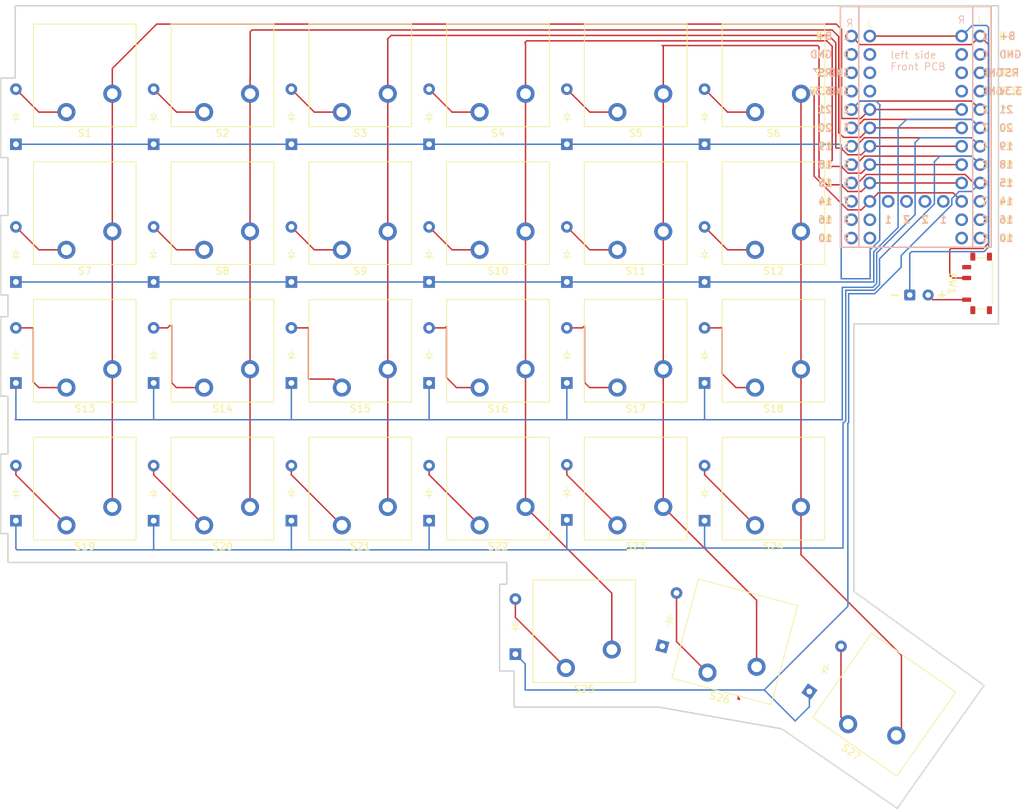
<source format=kicad_pcb>
(kicad_pcb (version 20240108) (generator "pcbnew") (generator_version "8.0")
  (layers (0 "F.Cu" signal) (31 "B.Cu" signal) (34 "B.Paste" user) (35 "F.Paste" user) (36 "B.SilkS" user "B.Silkscreen") (37 "F.SilkS" user "F.Silkscreen") (38 "B.Mask" user) (39 "F.Mask" user) (44 "Edge.Cuts" user))
  (net 0 "")
  (net 1 "row 1")
  (net 2 "Net-(D1-A)")
  (net 3 "Net-(D2-A)")
  (net 4 "Net-(D3-A)")
  (net 5 "Net-(D4-A)")
  (net 6 "Net-(D5-A)")
  (net 7 "Net-(D6-A)")
  (net 8 "row 2")
  (net 9 "Net-(D7-A)")
  (net 10 "Net-(D8-A)")
  (net 11 "Net-(D9-A)")
  (net 12 "Net-(D10-A)")
  (net 13 "Net-(D11-A)")
  (net 14 "Net-(D12-A)")
  (net 15 "Net-(D13-A)")
  (net 16 "collumn 1")
  (net 17 "Net-(D14-A)")
  (net 18 "Net-(D15-A)")
  (net 19 "Net-(D16-A)")
  (net 20 "Net-(D17-A)")
  (net 21 "Net-(D18-A)")
  (net 32 "unconnected-(U1-14-Pad15)")
  (net 33 "Net-(D20-A)")
  (net 34 "Net-(D21-A)")
  (net 38 "Net-(D19-A)")
  (net 39 "row 5")
  (net 40 "Net-(D22-A)")
  (net 41 "Net-(D23-A)")
  (net 42 "Net-(D24-A)")
  (net 43 "Net-(D25-A)")
  (net 44 "Net-(D26-A)")
  (net 45 "row 4")
  (net 46 "row 3")
  (net 47 "collumn 2")
  (net 48 "collumn 3")
  (net 49 "collumn 4")
  (net 50 "collumn 5")
  (net 51 "collumn 6")
  (net 52 "battery -")
  (net 53 "battery +")
  (net 54 "Net-(BT2-+)")
  (net 55 "Net-(D27-A)")
  (footprint "ScottoKeebs_MX:MX_PCB_1.00u" (layer "F.Cu") (at 123.825 66.675 180)
    (property "Reference" "S11")
    (property "Value" "Keyswitch")
  )
  (footprint "ScottoKeebs_MX:MX_PCB_1.00u" (layer "F.Cu") (at 142.875 47.625 180)
    (property "Reference" "S6")
    (property "Value" "Keyswitch")
  )
  (footprint "ScottoKeebs_Scotto:Standoff_M2x6mm" (layer "F.Cu") (at 114.26 45.25)
    (property "Reference" "H3" (hide yes))
    (property "Value" "Mounting_Hole" (hide yes))
  )
  (footprint "ScottoKeebs_Components:Diode_DO-35" (layer "F.Cu") (at 95.25 90.17 90)
    (property "Reference" "D16" (hide yes))
    (property "Value" "Diode" (hide yes))
  )
  (footprint "ScottoKeebs_Components:Diode_DO-35" (layer "F.Cu") (at 127.497808 126.581556 75)
    (property "Reference" "D26" (hide yes))
    (property "Value" "Diode" (hide yes))
  )
  (footprint "ScottoKeebs_MX:MX_PCB_1.00u" (layer "F.Cu") (at 158.2 134.66 145)
    (property "Reference" "S27")
    (property "Value" "Keyswitch")
  )
  (footprint "ScottoKeebs_Components:Diode_DO-35" (layer "F.Cu") (at 38.1 57.15 90)
    (property "Reference" "D1" (hide yes))
    (property "Value" "Diode" (hide yes))
  )
  (footprint "ScottoKeebs_MX:MX_PCB_1.00u" (layer "F.Cu") (at 123.825 47.625 180)
    (property "Reference" "S5")
    (property "Value" "Keyswitch")
  )
  (footprint "ScottoKeebs_Components:Switch_MSK12C02" (layer "F.Cu") (at 171.6 76.4 -90)
    (property "Reference" "SW1")
    (property "Value" "Switch")
  )
  (footprint "ScottoKeebs_Components:Diode_DO-35" (layer "F.Cu") (at 95.25 76.2 90)
    (property "Reference" "D10" (hide yes))
    (property "Value" "Diode" (hide yes))
  )
  (footprint "ScottoKeebs_MX:MX_PCB_1.00u" (layer "F.Cu") (at 85.725 66.675 180)
    (property "Reference" "S9")
    (property "Value" "Keyswitch")
  )
  (footprint "ScottoKeebs_MX:MX_PCB_1.00u" (layer "F.Cu") (at 47.625 85.725 180)
    (property "Reference" "S13")
    (property "Value" "Keyswitch")
  )
  (footprint "ScottoKeebs_MX:MX_PCB_1.00u" (layer "F.Cu") (at 142.875 85.725 180)
    (property "Reference" "S18")
    (property "Value" "Keyswitch")
  )
  (footprint "ScottoKeebs_Components:Diode_DO-35" (layer "F.Cu") (at 133.35 76.2 90)
    (property "Reference" "D12" (hide yes))
    (property "Value" "Diode" (hide yes))
  )
  (footprint "ScottoKeebs_MX:MX_PCB_1.00u" (layer "F.Cu") (at 137.52 125.98 165)
    (property "Reference" "S26")
    (property "Value" "Keyswitch")
  )
  (footprint "ScottoKeebs_Scotto:Standoff_M2x6mm" (layer "F.Cu") (at 154.3 73.79)
    (property "Reference" "H5" (hide yes))
    (property "Value" "Mounting_Hole" (hide yes))
  )
  (footprint "ScottoKeebs_MX:MX_PCB_1.00u" (layer "F.Cu") (at 123.825 85.725 180)
    (property "Reference" "S17")
    (property "Value" "Keyswitch")
  )
  (footprint "ScottoKeebs_Components:Diode_DO-35" (layer "F.Cu") (at 76.2 90.17 90)
    (property "Reference" "D15" (hide yes))
    (property "Value" "Diode" (hide yes))
  )
  (footprint "ScottoKeebs_MX:MX_PCB_1.00u" (layer "F.Cu") (at 104.775 66.675 180)
    (property "Reference" "S10")
    (property "Value" "Keyswitch")
  )
  (footprint "ScottoKeebs_MX:MX_PCB_1.00u" (layer "F.Cu") (at 142.875 104.775 180)
    (property "Reference" "S24")
    (property "Value" "Keyswitch")
  )
  (footprint "ScottoKeebs_Components:Diode_DO-35" (layer "F.Cu") (at 76.2 109.22 90)
    (property "Reference" "D21" (hide yes))
    (property "Value" "Diode" (hide yes))
  )
  (footprint "ScottoKeebs_Components:Diode_DO-35" (layer "F.Cu") (at 76.2 57.15 90)
    (property "Reference" "D3" (hide yes))
    (property "Value" "Diode" (hide yes))
  )
  (footprint "ScottoKeebs_Components:Diode_DO-35" (layer "F.Cu") (at 114.3 76.2 90)
    (property "Reference" "D11" (hide yes))
    (property "Value" "Diode" (hide yes))
  )
  (footprint "ScottoKeebs_MCU:Nice_Nano_V2" (layer "F.Cu") (at 163.83 55.88)
    (property "Reference" "U1" (hide yes))
    (property "Value" "Nice_Nano_V2" (hide yes))
  )
  (footprint "ScottoKeebs_MX:MX_PCB_1.00u" (layer "F.Cu") (at 142.875 66.675 180)
    (property "Reference" "S12")
    (property "Value" "Keyswitch")
  )
  (footprint "ScottoKeebs_MX:MX_PCB_1.00u" (layer "F.Cu") (at 85.725 104.775 180)
    (property "Reference" "S21")
    (property "Value" "Keyswitch")
  )
  (footprint "ScottoKeebs_Components:Diode_DO-35" (layer "F.Cu") (at 147.848031 132.837815 55)
    (property "Reference" "D27" (hide yes))
    (property "Value" "Diode" (hide yes))
  )
  (footprint "ScottoKeebs_Components:Diode_DO-35" (layer "F.Cu") (at 38.1 90.17 90)
    (property "Reference" "D13" (hide yes))
    (property "Value" "Diode" (hide yes))
  )
  (footprint "ScottoKeebs_MX:MX_PCB_1.00u" (layer "F.Cu") (at 47.625 47.625 180)
    (property "Reference" "S1")
    (property "Value" "Keyswitch")
  )
  (footprint "ScottoKeebs_MX:MX_PCB_1.00u" (layer "F.Cu") (at 66.675 66.675 180)
    (property "Reference" "S8")
    (property "Value" "Keyswitch")
  )
  (footprint "ScottoKeebs_MX:MX_PCB_1.00u" (layer "F.Cu") (at 66.675 104.775 180)
    (property "Reference" "S20")
    (property "Value" "Keyswitch")
  )
  (footprint "ScottoKeebs_Scotto:Standoff_M2x6mm" (layer "F.Cu") (at 57.34 97.79)
    (property "Reference" "H2" (hide yes))
    (property "Value" "Mounting_Hole" (hide yes))
  )
  (footprint "ScottoKeebs_MX:MX_PCB_1.00u" (layer "F.Cu") (at 123.825 104.775 180)
    (property "Reference" "S23")
    (property "Value" "Keyswitch")
  )
  (footprint "ScottoKeebs_MX:MX_PCB_1.00u" (layer "F.Cu") (at 104.775 104.775 180)
    (property "Reference" "S22")
    (property "Value" "Keyswitch")
  )
  (footprint "ScottoKeebs_Components:Diode_DO-35" (layer "F.Cu") (at 57.15 76.2 90)
    (property "Reference" "D8" (hide yes))
    (property "Value" "Diode" (hide yes))
  )
  (footprint "ScottoKeebs_Components:Diode_DO-35" (layer "F.Cu") (at 133.35 57.15 90)
    (property "Reference" "D6" (hide yes))
    (property "Value" "Diode" (hide yes))
  )
  (footprint "ScottoKeebs_MX:MX_PCB_1.00u" (layer "F.Cu") (at 66.675 47.625 180)
    (property "Reference" "S2")
    (property "Value" "Keyswitch")
  )
  (footprint "ScottoKeebs_MX:MX_PCB_1.00u" (layer "F.Cu") (at 116.71 124.5 180)
    (property "Reference" "S25")
    (property "Value" "Keyswitch")
  )
  (footprint "ScottoKeebs_Components:Diode_DO-35" (layer "F.Cu") (at 107.185 127.674999 90)
    (property "Reference" "D25" (hide yes))
    (property "Value" "Diode" (hide yes))
  )
  (footprint "ScottoKeebs_MX:MX_PCB_1.00u" (layer "F.Cu") (at 85.725 47.625 180)
    (property "Reference" "S3")
    (property "Value" "Keyswitch")
  )
  (footprint "ScottoKeebs_Components:Diode_DO-35" (layer "F.Cu") (at 95.25 109.22 90)
    (property "Reference" "D22" (hide yes))
    (property "Value" "Diode" (hide yes))
  )
  (footprint "ScottoKeebs_Components:Diode_DO-35" (layer "F.Cu") (at 76.2 76.2 90)
    (property "Reference" "D9" (hide yes))
    (property "Value" "Diode" (hide yes))
  )
  (footprint "ScottoKeebs_Components:Diode_DO-35" (layer "F.Cu") (at 57.15 57.15 90)
    (property "Reference" "D2" (hide yes))
    (property "Value" "Diode" (hide yes))
  )
  (footprint "ScottoKeebs_Components:Diode_DO-35" (layer "F.Cu") (at 114.3 90.17 90)
    (property "Reference" "D17" (hide yes))
    (property "Value" "Diode" (hide yes))
  )
  (footprint "ScottoKeebs_Components:Diode_DO-35" (layer "F.Cu") (at 38.1 109.22 90)
    (property "Reference" "D19" (hide yes))
    (property "Value" "Diode" (hide yes))
  )
  (footprint "ScottoKeebs_Scotto:Standoff_M2x6mm" (layer "F.Cu") (at 133.59 97.15)
    (property "Reference" "H6" (hide yes))
    (property "Value" "Mounting_Hole" (hide yes))
  )
  (footprint "ScottoKeebs_MX:MX_PCB_1.00u" (layer "F.Cu") (at 47.625 104.775 180)
    (property "Reference" "S19")
    (property "Value" "Keyswitch")
  )
  (footprint "ScottoKeebs_Components:Diode_DO-35" (layer "F.Cu") (at 38.1 76.2 90)
    (property "Reference" "D7" (hide yes))
    (property "Value" "Diode" (hide yes))
  )
  (footprint "ScottoKeebs_MX:MX_PCB_1.00u" (layer "F.Cu") (at 66.675 85.725 180)
    (property "Reference" "S14")
    (property "Value" "Keyswitch")
  )
  (footprint "ScottoKeebs_Components:Diode_DO-35" (layer "F.Cu") (at 57.15 109.22 90)
    (property "Reference" "D20" (hide yes))
    (property "Value" "Diode" (hide yes))
  )
  (footprint "ScottoKeebs_Scotto:Standoff_M2x6mm" (layer "F.Cu") (at 95.15 97.68)
    (property "Reference" "H4" (hide yes))
    (property "Value" "Mounting_Hole" (hide yes))
  )
  (footprint "ScottoKeebs_Scotto:Standoff_M2x6mm" (layer "F.Cu") (at 57.2 45.04)
    (property "Reference" "H1" (hide yes))
    (property "Value" "Mounting_Hole" (hide yes))
  )
  (footprint "ScottoKeebs_MX:MX_PCB_1.00u" (layer "F.Cu") (at 47.625 66.675 180)
    (property "Reference" "S7")
    (property "Value" "Keyswitch")
  )
  (footprint "ScottoKeebs_Components:Diode_DO-35" (layer "F.Cu") (at 114.3 57.15 90)
    (property "Reference" "D5" (hide yes))
    (property "Value" "Diode" (hide yes))
  )
  (footprint "ScottoKeebs_Components:Diode_DO-35" (layer "F.Cu") (at 133.35 109.22 90)
    (property "Reference" "D24" (hide yes))
    (property "Value" "Diode" (hide yes))
  )
  (footprint "ScottoKeebs_Scotto:Battery" (layer "F.Cu") (at 163 78 180)
    (property "Reference" "BT2" (hide yes))
    (property "Value" "Battery_Cell")
  )
  (footprint "ScottoKeebs_MX:MX_PCB_1.00u" (layer "F.Cu") (at 85.725 85.725 180)
    (property "Reference" "S15")
    (property "Value" "Keyswitch")
  )
  (footprint "ScottoKeebs_Components:Diode_DO-35" (layer "F.Cu") (at 133.35 90.17 90)
    (property "Reference" "D18" (hide yes))
    (property "Value" "Diode" (hide yes))
  )
  (footprint "ScottoKeebs_Components:Diode_DO-35" (layer "F.Cu") (at 57.15 90.17 90)
    (property "Reference" "D14" (hide yes))
    (property "Value" "Diode" (hide yes))
  )
  (footprint "ScottoKeebs_MX:MX_PCB_1.00u" (layer "F.Cu") (at 104.775 85.725 180)
    (property "Reference" "S16")
    (property "Value" "Keyswitch")
  )
  (footprint "ScottoKeebs_MX:MX_PCB_1.00u" (layer "F.Cu") (at 104.775 47.625 180)
    (property "Reference" "S4")
    (property "Value" "Keyswitch")
  )
  (footprint "ScottoKeebs_Components:Diode_DO-35" (layer "F.Cu") (at 114.3 109.11 90)
    (property "Reference" "D23" (hide yes))
    (property "Value" "Diode" (hide yes))
  )
  (footprint "ScottoKeebs_Components:Diode_DO-35" (layer "F.Cu") (at 95.25 57.15 90)
    (property "Reference" "D4" (hide yes))
    (property "Value" "Diode" (hide yes))
  )
  (footprint "ScottoKeebs_MCU:Nice_Nano_V2" (layer "B.Cu") (at 161.29 55.88 180)
    (property "Reference" "U2" (hide yes))
    (property "Value" "Nice_Nano_V2" (hide yes))
  )
  (gr_poly (pts (xy 38 38) (xy 174 38) (xy 174 82) (xy 154 82) (xy 154 119) (xy 172 132) (xy 160 149) (xy 144 138) (xy 127 135) (xy 107 135) (xy 107 130) (xy 105 130) (xy 105 118) (xy 106 118) (xy 106 115) (xy 37 115) (xy 37 111) (xy 36 111) (xy 36 100) (xy 37 100) (xy 37 92) (xy 36 92) (xy 36 81) (xy 37 81) (xy 37 78) (xy 36 78) (xy 36 67) (xy 37 67) (xy 37 59) (xy 36 59) (xy 36 48) (xy 38 48)) (stroke (width 0.2)) (fill none) (layer "Edge.Cuts"))
  (gr_text "left side\nFront PCB" (at 159 47 0) (layer "B.SilkS") (effects (font (size 1 1) (thickness 0.1)) (justify left bottom)))
  (gr_text "R" (at 154 41 0) (layer "B.SilkS") (effects (font (size 1 1) (thickness 0.1)) (justify left bottom mirror)))
  (gr_text "R" (at 169.45 40.54 0) (layer "B.SilkS") (effects (font (size 1 1) (thickness 0.1)) (justify left bottom mirror)))
  (gr_text "left side\nFront PCB" (at 159 47 0) (layer "F.SilkS") (effects (font (size 1 1) (thickness 0.1)) (justify left bottom)))
  (gr_text "L" (at 171.03 40.52 0) (layer "F.SilkS") (effects (font (size 1 1) (thickness 0.1)) (justify left bottom)))
  (gr_text "L" (at 155.75 41 0) (layer "F.SilkS") (effects (font (size 1 1) (thickness 0.1)) (justify left bottom)))
  (segment (start 171.45 52.35) (end 170.2737 51.1737) (width 0.2) (layer "F.Cu") (net 1))
  (segment (start 170.2737 51.1737) (end 154.8463 51.1737) (width 0.2) (layer "F.Cu") (net 1))
  (segment (start 150.45 57.15) (end 150.5 57.1) (width 0.2) (layer "F.Cu") (net 1))
  (segment (start 154.8463 51.1737) (end 153.67 52.35) (width 0.2) (layer "F.Cu") (net 1))
  (segment (start 38.1 57.15) (end 152.15 57.15) (width 0.2) (layer "B.Cu") (net 1))
  (segment (start 152.25 75.75) (end 156.25 75.75) (width 0.2) (layer "B.Cu") (net 1))
  (segment (start 157.63 51.74) (end 157.0637 51.1737) (width 0.2) (layer "B.Cu") (net 1))
  (segment (start 157.5737 51.7963) (end 157.63 51.74) (width 0.2) (layer "B.Cu") (net 1))
  (segment (start 157.5737 70.42984) (end 157.5737 51.7963) (width 0.2) (layer "B.Cu") (net 1))
  (segment (start 157.0637 51.1737) (end 154.8463 51.1737) (width 0.2) (layer "B.Cu") (net 1))
  (segment (start 156.40354 71.6) (end 157.5737 70.42984) (width 0.2) (layer "B.Cu") (net 1))
  (segment (start 152.25 57.25) (end 152.25 75.75) (width 0.2) (layer "B.Cu") (net 1))
  (segment (start 156.25 71.6) (end 156.40354 71.6) (width 0.2) (layer "B.Cu") (net 1))
  (segment (start 152.15 57.15) (end 152.25 57.25) (width 0.2) (layer "B.Cu") (net 1))
  (segment (start 156.25 75.75) (end 156.25 71.6) (width 0.2) (layer "B.Cu") (net 1))
  (segment (start 154.8463 51.1737) (end 153.67 52.35) (width 0.2) (layer "B.Cu") (net 1))
  (segment (start 41.275 52.705) (end 38.1 49.53) (width 0.2) (layer "F.Cu") (net 2))
  (segment (start 45.085 52.705) (end 41.275 52.705) (width 0.2) (layer "F.Cu") (net 2))
  (segment (start 64.135 52.705) (end 60.325 52.705) (width 0.2) (layer "F.Cu") (net 3))
  (segment (start 60.325 52.705) (end 57.15 49.53) (width 0.2) (layer "F.Cu") (net 3))
  (segment (start 79.375 52.705) (end 76.2 49.53) (width 0.2) (layer "F.Cu") (net 4))
  (segment (start 83.185 52.705) (end 79.375 52.705) (width 0.2) (layer "F.Cu") (net 4))
  (segment (start 102.235 52.705) (end 98.425 52.705) (width 0.2) (layer "F.Cu") (net 5))
  (segment (start 98.425 52.705) (end 95.25 49.53) (width 0.2) (layer "F.Cu") (net 5))
  (segment (start 121.285 52.705) (end 117.475 52.705) (width 0.2) (layer "F.Cu") (net 6))
  (segment (start 117.475 52.705) (end 114.3 49.53) (width 0.2) (layer "F.Cu") (net 6))
  (segment (start 140.335 52.705) (end 136.525 52.705) (width 0.2) (layer "F.Cu") (net 7))
  (segment (start 136.525 52.705) (end 133.35 49.53) (width 0.2) (layer "F.Cu") (net 7))
  (segment (start 133.35 76.1) (end 133.25 76.2) (width 0.2) (layer "F.Cu") (net 8))
  (segment (start 133.35 76.2) (end 133.35 76.1) (width 0.2) (layer "F.Cu") (net 8))
  (segment (start 171.45 54.89) (end 170.2737 53.7137) (width 0.2) (layer "F.Cu") (net 8))
  (segment (start 170.2737 53.7137) (end 155.411986 53.7137) (width 0.2) (layer "F.Cu") (net 8))
  (segment (start 155.411986 53.7137) (end 154.235687 54.889999) (width 0.2) (layer "F.Cu") (net 8))
  (segment (start 154.235687 54.889999) (end 153.67 54.889999) (width 0.2) (layer "F.Cu") (net 8))
  (segment (start 170.2737 53.7137) (end 171.45 54.89) (width 0.2) (layer "B.Cu") (net 8))
  (segment (start 161.2763 53.7137) (end 170.2737 53.7137) (width 0.2) (layer "B.Cu") (net 8))
  (segment (start 156.75 72.024314) (end 160.1137 68.660614) (width 0.2) (layer "B.Cu") (net 8))
  (segment (start 160.1137 68.660614) (end 160.1137 54.8763) (width 0.2) (layer "B.Cu") (net 8))
  (segment (start 38.1 76.2) (end 156.7 76.2) (width 0.2) (layer "B.Cu") (net 8))
  (segment (start 156.75 76.25) (end 156.75 72.024314) (width 0.2) (layer "B.Cu") (net 8))
  (segment (start 160.1137 54.8763) (end 161.2763 53.7137) (width 0.2) (layer "B.Cu") (net 8))
  (segment (start 156.7 76.2) (end 156.75 76.25) (width 0.2) (layer "B.Cu") (net 8))
  (segment (start 45.085 71.755) (end 41.275 71.755) (width 0.2) (layer "F.Cu") (net 9))
  (segment (start 41.275 71.755) (end 38.1 68.58) (width 0.2) (layer "F.Cu") (net 9))
  (segment (start 64.135 71.755) (end 60.325 71.755) (width 0.2) (layer "F.Cu") (net 10))
  (segment (start 60.325 71.755) (end 57.15 68.58) (width 0.2) (layer "F.Cu") (net 10))
  (segment (start 83.185 71.755) (end 79.375 71.755) (width 0.2) (layer "F.Cu") (net 11))
  (segment (start 79.375 71.755) (end 76.2 68.58) (width 0.2) (layer "F.Cu") (net 11))
  (segment (start 102.235 71.755) (end 98.425 71.755) (width 0.2) (layer "F.Cu") (net 12))
  (segment (start 98.425 71.755) (end 95.25 68.58) (width 0.2) (layer "F.Cu") (net 12))
  (segment (start 117.475 71.755) (end 114.3 68.58) (width 0.2) (layer "F.Cu") (net 13))
  (segment (start 121.285 71.755) (end 117.475 71.755) (width 0.2) (layer "F.Cu") (net 13))
  (segment (start 140.335 71.755) (end 136.525 71.755) (width 0.2) (layer "F.Cu") (net 14))
  (segment (start 136.525 71.755) (end 133.35 68.58) (width 0.2) (layer "F.Cu") (net 14))
  (segment (start 40.51 90.04) (end 40.51 82.53) (width 0.2) (layer "F.Cu") (net 15))
  (segment (start 40.51 82.53) (end 40.49 82.55) (width 0.2) (layer "F.Cu") (net 15))
  (segment (start 41.275 90.805) (end 40.51 90.04) (width 0.2) (layer "F.Cu") (net 15))
  (segment (start 40.49 82.55) (end 38.1 82.55) (width 0.2) (layer "F.Cu") (net 15))
  (segment (start 45.085 90.805) (end 41.275 90.805) (width 0.2) (layer "F.Cu") (net 15))
  (segment (start 152.38 53.59) (end 152.3 53.51) (width 0.2) (layer "F.Cu") (net 16))
  (segment (start 51.435 46.665) (end 51.435 50.165) (width 0.2) (layer "F.Cu") (net 16))
  (segment (start 51.435 69.645) (end 51.64 69.85) (width 0.2) (layer "F.Cu") (net 16))
  (segment (start 57.5 40.6) (end 51.435 46.665) (width 0.2) (layer "F.Cu") (net 16))
  (segment (start 156.21 52.35) (end 168.91 52.35) (width 0.2) (layer "F.Cu") (net 16))
  (segment (start 152.3 53.51) (end 152.3 41.27) (width 0.2) (layer "F.Cu") (net 16))
  (segment (start 51.435 69.215) (end 51.435 88.265) (width 0.2) (layer "F.Cu") (net 16))
  (segment (start 156.21 52.35) (end 154.97 53.59) (width 0.2) (layer "F.Cu") (net 16))
  (segment (start 51.435 50.165) (end 51.435 69.215) (width 0.2) (layer "F.Cu") (net 16))
  (segment (start 151.56 40.53) (end 57.57 40.53) (width 0.2) (layer "F.Cu") (net 16))
  (segment (start 51.435 69.215) (end 51.435 69.645) (width 0.2) (layer "F.Cu") (net 16))
  (segment (start 154.97 53.59) (end 152.38 53.59) (width 0.2) (layer "F.Cu") (net 16))
  (segment (start 57.57 40.53) (end 57.5 40.6) (width 0.2) (layer "F.Cu") (net 16))
  (segment (start 152.3 41.27) (end 151.56 40.53) (width 0.2) (layer "F.Cu") (net 16))
  (segment (start 51.435 88.265) (end 51.435 107.315) (width 0.2) (layer "F.Cu") (net 16))
  (segment (start 60.295 90.805) (end 59.63 90.14) (width 0.2) (layer "F.Cu") (net 17))
  (segment (start 59.63 90.14) (end 59.63 82.23) (width 0.2) (layer "F.Cu") (net 17))
  (segment (start 64.135 90.805) (end 60.295 90.805) (width 0.2) (layer "F.Cu") (net 17))
  (segment (start 59.63 82.23) (end 59.39 82.23) (width 0.2) (layer "F.Cu") (net 17))
  (segment (start 59.07 82.55) (end 57.15 82.55) (width 0.2) (layer "F.Cu") (net 17))
  (segment (start 59.39 82.23) (end 59.07 82.55) (width 0.2) (layer "F.Cu") (net 17))
  (segment (start 82.06 89.63) (end 78.58 89.63) (width 0.2) (layer "F.Cu") (net 18))
  (segment (start 83.185 90.805) (end 83.185 90.755) (width 0.2) (layer "F.Cu") (net 18))
  (segment (start 78.43 82.55) (end 76.2 82.55) (width 0.2) (layer "F.Cu") (net 18))
  (segment (start 78.58 82.62) (end 78.47 82.51) (width 0.2) (layer "F.Cu") (net 18))
  (segment (start 83.185 90.755) (end 82.06 89.63) (width 0.2) (layer "F.Cu") (net 18))
  (segment (start 78.58 89.63) (end 78.58 82.62) (width 0.2) (layer "F.Cu") (net 18))
  (segment (start 78.47 82.51) (end 78.43 82.55) (width 0.2) (layer "F.Cu") (net 18))
  (segment (start 99.035 90.805) (end 97.66 89.43) (width 0.2) (layer "F.Cu") (net 19))
  (segment (start 102.235 90.805) (end 99.035 90.805) (width 0.2) (layer "F.Cu") (net 19))
  (segment (start 97.66 89.43) (end 97.66 82.34) (width 0.2) (layer "F.Cu") (net 19))
  (segment (start 97.66 82.34) (end 97.45 82.55) (width 0.2) (layer "F.Cu") (net 19))
  (segment (start 97.45 82.55) (end 95.25 82.55) (width 0.2) (layer "F.Cu") (net 19))
  (segment (start 116.46 82.55) (end 114.3 82.55) (width 0.2) (layer "F.Cu") (net 20))
  (segment (start 116.78 90.14) (end 116.78 90.01) (width 0.2) (layer "F.Cu") (net 20))
  (segment (start 117.445 90.805) (end 116.78 90.14) (width 0.2) (layer "F.Cu") (net 20))
  (segment (start 116.78 90.01) (end 116.75 89.98) (width 0.2) (layer "F.Cu") (net 20))
  (segment (start 116.75 89.98) (end 116.75 82.34) (width 0.2) (layer "F.Cu") (net 20))
  (segment (start 121.285 90.805) (end 117.445 90.805) (width 0.2) (layer "F.Cu") (net 20))
  (segment (start 116.67 82.34) (end 116.46 82.55) (width 0.2) (layer "F.Cu") (net 20))
  (segment (start 116.75 82.34) (end 116.67 82.34) (width 0.2) (layer "F.Cu") (net 20))
  (segment (start 140.335 90.805) (end 137.685 90.805) (width 0.2) (layer "F.Cu") (net 21))
  (segment (start 135.73 82.44) (end 135.62 82.55) (width 0.2) (layer "F.Cu") (net 21))
  (segment (start 135.62 82.55) (end 133.35 82.55) (width 0.2) (layer "F.Cu") (net 21))
  (segment (start 135.77 82.48) (end 135.73 82.44) (width 0.2) (layer "F.Cu") (net 21))
  (segment (start 135.77 88.89) (end 135.77 82.48) (width 0.2) (layer "F.Cu") (net 21))
  (segment (start 137.685 90.805) (end 135.77 88.89) (width 0.2) (layer "F.Cu") (net 21))
  (segment (start 171.45 65.23) (end 171.44 65.24) (width 0.2) (layer "F.Cu") (net 32))
  (segment (start 171.45 65.05) (end 171.45 65.23) (width 0.2) (layer "F.Cu") (net 32))
  (segment (start 64.135 109.855) (end 57.15 102.87) (width 0.2) (layer "F.Cu") (net 33))
  (segment (start 57.15 102.87) (end 57.15 101.6) (width 0.2) (layer "F.Cu") (net 33))
  (segment (start 83.185 109.855) (end 76.2 102.87) (width 0.2) (layer "F.Cu") (net 34))
  (segment (start 76.2 102.87) (end 76.2 101.6) (width 0.2) (layer "F.Cu") (net 34))
  (segment (start 38.1 102.87) (end 38.1 101.6) (width 0.2) (layer "F.Cu") (net 38))
  (segment (start 45.085 109.855) (end 38.1 102.87) (width 0.2) (layer "F.Cu") (net 38))
  (segment (start 171.45 62.51) (end 170.57354 62.51) (width 0.2) (layer "F.Cu") (net 39))
  (segment (start 170.57354 62.51) (end 169.39724 61.3337) (width 0.2) (layer "F.Cu") (net 39))
  (segment (start 154.54646 62.51) (end 153.67 62.51) (width 0.2) (layer "F.Cu") (net 39))
  (segment (start 169.39724 61.3337) (end 155.72276 61.3337) (width 0.2) (layer "F.Cu") (net 39))
  (segment (start 155.72276 61.3337) (end 154.54646 62.51) (width 0.2) (layer "F.Cu") (net 39))
  (segment (start 160.54354 72.54) (end 167.5463 65.53724) (width 0.2) (layer "B.Cu") (net 39))
  (segment (start 107.185 127.674999) (end 108.54 129.029999) (width 0.2) (layer "B.Cu") (net 39))
  (segment (start 156.877058 77.82) (end 160.54354 74.153518) (width 0.2) (layer "B.Cu") (net 39))
  (segment (start 167.5463 64.68) (end 168.54 63.6863) (width 0.2) (layer "B.Cu") (net 39))
  (segment (start 153.27 95.64) (end 153.27 77.82) (width 0.2) (layer "B.Cu") (net 39))
  (segment (start 167.5463 65.53724) (end 167.5463 64.68) (width 0.2) (layer "B.Cu") (net 39))
  (segment (start 147.848031 132.837815) (end 147.848031 134.951969) (width 0.2) (layer "B.Cu") (net 39))
  (segment (start 170.2737 63.6863) (end 171.45 62.51) (width 0.2) (layer "B.Cu") (net 39))
  (segment (start 160.54354 74.153518) (end 160.54354 72.54) (width 0.2) (layer "B.Cu") (net 39))
  (segment (start 147.848031 134.951969) (end 145.885 136.915) (width 0.2) (layer "B.Cu") (net 39))
  (segment (start 153.17 95.74) (end 153.27 95.64) (width 0.2) (layer "B.Cu") (net 39))
  (segment (start 141.6 132.63) (end 145.885 136.915) (width 0.2) (layer "B.Cu") (net 39))
  (segment (start 108.54 132.63) (end 141.6 132.63) (width 0.2) (layer "B.Cu") (net 39))
  (segment (start 108.54 129.029999) (end 108.54 132.63) (width 0.2) (layer "B.Cu") (net 39))
  (segment (start 153.27 77.82) (end 156.877058 77.82) (width 0.2) (layer "B.Cu") (net 39))
  (segment (start 141.6 132.63) (end 153.17 121.06) (width 0.2) (layer "B.Cu") (net 39))
  (segment (start 168.54 63.6863) (end 170.2737 63.6863) (width 0.2) (layer "B.Cu") (net 39))
  (segment (start 153.17 121.06) (end 153.17 95.74) (width 0.2) (layer "B.Cu") (net 39))
  (segment (start 95.25 102.87) (end 95.25 101.6) (width 0.2) (layer "F.Cu") (net 40))
  (segment (start 102.235 109.855) (end 95.25 102.87) (width 0.2) (layer "F.Cu") (net 40))
  (segment (start 114.3 102.87) (end 114.3 101.49) (width 0.2) (layer "F.Cu") (net 41))
  (segment (start 121.285 109.855) (end 114.3 102.87) (width 0.2) (layer "F.Cu") (net 41))
  (segment (start 133.35 102.87) (end 133.35 101.6) (width 0.2) (layer "F.Cu") (net 42))
  (segment (start 140.335 109.855) (end 133.35 102.87) (width 0.2) (layer "F.Cu") (net 42))
  (segment (start 114.169999 129.580001) (end 107.185 122.595002) (width 0.2) (layer "F.Cu") (net 43))
  (segment (start 107.185 122.595002) (end 107.185 120.054999) (width 0.2) (layer "F.Cu") (net 43))
  (segment (start 137.961888 133.444506) (end 138.167545 133.941) (width 0.2) (layer "F.Cu") (net 44))
  (segment (start 138.167545 133.941) (end 137.927335 133.841504) (width 0.2) (layer "F.Cu") (net 44))
  (segment (start 133.751746 130.229502) (end 129.470009 125.947765) (width 0.2) (layer "F.Cu") (net 44))
  (segment (start 129.470009 125.947765) (end 129.470009 119.221201) (width 0.2) (layer "F.Cu") (net 44))
  (segment (start 155.4463 58.7937) (end 154.27 59.97) (width 0.2) (layer "F.Cu") (net 45))
  (segment (start 154.27 59.97) (end 153.67 59.97) (width 0.2) (layer "F.Cu") (net 45))
  (segment (start 170.2737 58.7937) (end 155.4463 58.7937) (width 0.2) (layer "F.Cu") (net 45))
  (segment (start 171.45 59.97) (end 170.2737 58.7937) (width 0.2) (layer "F.Cu") (net 45))
  (segment (start 57 113.25) (end 76.25 113.25) (width 0.2) (layer "B.Cu") (net 45))
  (segment (start 114.3 113.05) (end 114.5 113.25) (width 0.2) (layer "B.Cu") (net 45))
  (segment (start 165.9063 58.7937) (end 170.2737 58.7937) (width 0.2) (layer "B.Cu") (net 45))
  (segment (start 133.35 112.85) (end 133.5 113) (width 0.2) (layer "B.Cu") (net 45))
  (segment (start 157.55 76.581372) (end 157.55 72.99354) (width 0.2) (layer "B.Cu") (net 45))
  (segment (start 152.5 113) (end 152.5 95.65) (width 0.2) (layer "B.Cu") (net 45))
  (segment (start 76.2 109.22) (end 76.2 113.2) (width 0.2) (layer "B.Cu") (net 45))
  (segment (start 133.35 109.22) (end 133.35 112.85) (width 0.2) (layer "B.Cu") (net 45))
  (segment (start 165.14 65.40354) (end 165.14 59.56) (width 0.2) (layer "B.Cu") (net 45))
  (segment (start 152.605685 95.65) (end 152.832843 95.422843) (width 0.2) (layer "B.Cu") (net 45))
  (segment (start 76.2 113.2) (end 76.25 113.25) (width 0.2) (layer "B.Cu") (net 45))
  (segment (start 133.5 113) (end 152.5 113) (width 0.2) (layer "B.Cu") (net 45))
  (segment (start 57.15 113.1) (end 57 113.25) (width 0.2) (layer "B.Cu") (net 45))
  (segment (start 114.5 113.25) (end 122.5 113.25) (width 0.2) (layer "B.Cu") (net 45))
  (segment (start 122.75 113) (end 133.5 113) (width 0.2) (layer "B.Cu") (net 45))
  (segment (start 156.791372 77.34) (end 157.55 76.581372) (width 0.2) (layer "B.Cu") (net 45))
  (segment (start 122.5 113.25) (end 122.75 113) (width 0.2) (layer "B.Cu") (net 45))
  (segment (start 95.25 109.22) (end 95.25 113.25) (width 0.2) (layer "B.Cu") (net 45))
  (segment (start 95.25 113.25) (end 114.5 113.25) (width 0.2) (layer "B.Cu") (net 45))
  (segment (start 38.25 113.25) (end 57 113.25) (width 0.2) (layer "B.Cu") (net 45))
  (segment (start 165.14 59.56) (end 165.9063 58.7937) (width 0.2) (layer "B.Cu") (net 45))
  (segment (start 152.87 95.385686) (end 152.87 77.34) (width 0.2) (layer "B.Cu") (net 45))
  (segment (start 152.87 77.34) (end 156.791372 77.34) (width 0.2) (layer "B.Cu") (net 45))
  (segment (start 38.1 109.22) (end 38.1 113.1) (width 0.2) (layer "B.Cu") (net 45))
  (segment (start 152.832843 95.422843) (end 152.87 95.385686) (width 0.2) (layer "B.Cu") (net 45))
  (segment (start 152.5 95.65) (end 152.605685 95.65) (width 0.2) (layer "B.Cu") (net 45))
  (segment (start 170.2737 58.7937) (end 171.45 59.97) (width 0.2) (layer "B.Cu") (net 45))
  (segment (start 57.15 109.22) (end 57.15 113.1) (width 0.2) (layer "B.Cu") (net 45))
  (segment (start 38.1 113.1) (end 38.25 113.25) (width 0.2) (layer "B.Cu") (net 45))
  (segment (start 157.55 72.99354) (end 165.14 65.40354) (width 0.2) (layer "B.Cu") (net 45))
  (segment (start 76.25 113.25) (end 95.25 113.25) (width 0.2) (layer "B.Cu") (net 45))
  (segment (start 114.3 109.22) (end 114.3 113.05) (width 0.2) (layer "B.Cu") (net 45))
  (segment (start 155.4363 56.2537) (end 154.26 57.43) (width 0.2) (layer "F.Cu") (net 46))
  (segment (start 170.2737 56.2537) (end 155.4363 56.2537) (width 0.2) (layer "F.Cu") (net 46))
  (segment (start 171.45 57.43) (end 170.2737 56.2537) (width 0.2) (layer "F.Cu") (net 46))
  (segment (start 154.26 57.43) (end 153.67 57.43) (width 0.2) (layer "F.Cu") (net 46))
  (segment (start 114.3 90.17) (end 114.3 95.2) (width 0.2) (layer "B.Cu") (net 46))
  (segment (start 133.25 95.25) (end 152.44 95.25) (width 0.2) (layer "B.Cu") (net 46))
  (segment (start 38.1 90.17) (end 38.1 95.15) (width 0.2) (layer "B.Cu") (net 46))
  (segment (start 162.4663 66.8737) (end 162.4663 56.9137) (width 0.2) (layer "B.Cu") (net 46))
  (segment (start 152.4 95.21) (end 152.4 76.94) (width 0.2) (layer "B.Cu") (net 46))
  (segment (start 157.15 76.415686) (end 157.15 72.19) (width 0.2) (layer "B.Cu") (net 46))
  (segment (start 163.1263 56.2537) (end 170.2737 56.2537) (width 0.2) (layer "B.Cu") (net 46))
  (segment (start 170.2737 56.2537) (end 171.45 57.43) (width 0.2) (layer "B.Cu") (net 46))
  (segment (start 57.15 90.17) (end 57.15 95.15) (width 0.2) (layer "B.Cu") (net 46))
  (segment (start 57.15 95.15) (end 57.25 95.25) (width 0.2) (layer "B.Cu") (net 46))
  (segment (start 157.15 72.19) (end 162.4663 66.8737) (width 0.2) (layer "B.Cu") (net 46))
  (segment (start 76.2 90.17) (end 76.2 95.2) (width 0.2) (layer "B.Cu") (net 46))
  (segment (start 133.35 90.17) (end 133.35 95.15) (width 0.2) (layer "B.Cu") (net 46))
  (segment (start 162.4663 56.9137) (end 163.1263 56.2537) (width 0.2) (layer "B.Cu") (net 46))
  (segment (start 152.4 76.94) (end 156.625686 76.94) (width 0.2) (layer "B.Cu") (net 46))
  (segment (start 114.3 95.2) (end 114.25 95.25) (width 0.2) (layer "B.Cu") (net 46))
  (segment (start 133.35 95.15) (end 133.25 95.25) (width 0.2) (layer "B.Cu") (net 46))
  (segment (start 57.25 95.25) (end 76.25 95.25) (width 0.2) (layer "B.Cu") (net 46))
  (segment (start 95.25 95.25) (end 114.25 95.25) (width 0.2) (layer "B.Cu") (net 46))
  (segment (start 38.1 95.15) (end 38 95.25) (width 0.2) (layer "B.Cu") (net 46))
  (segment (start 76.2 95.2) (end 76.25 95.25) (width 0.2) (layer "B.Cu") (net 46))
  (segment (start 95.25 90.17) (end 95.25 95.25) (width 0.2) (layer "B.Cu") (net 46))
  (segment (start 76.25 95.25) (end 95.25 95.25) (width 0.2) (layer "B.Cu") (net 46))
  (segment (start 152.44 95.25) (end 152.4 95.21) (width 0.2) (layer "B.Cu") (net 46))
  (segment (start 114.25 95.25) (end 133.25 95.25) (width 0.2) (layer "B.Cu") (net 46))
  (segment (start 38 95.25) (end 57.25 95.25) (width 0.2) (layer "B.Cu") (net 46))
  (segment (start 156.625686 76.94) (end 157.15 76.415686) (width 0.2) (layer "B.Cu") (net 46))
  (segment (start 70.5 41.6) (end 70.75 41.35) (width 0.2) (layer "F.Cu") (net 47))
  (segment (start 70.75 41.35) (end 151 41.35) (width 0.2) (layer "F.Cu") (net 47))
  (segment (start 70.485 50.165) (end 70.485 69.215) (width 0.2) (layer "F.Cu") (net 47))
  (segment (start 151.9 55.53) (end 152.57 56.2) (width 0.2) (layer "F.Cu") (net 47))
  (segment (start 70.485 48.117412) (end 70.5 48.102412) (width 0.2) (layer "F.Cu") (net 47))
  (segment (start 70.485 69.215) (end 70.485 107.315) (width 0.2) (layer "F.Cu") (net 47))
  (segment (start 70.5 48.102412) (end 70.5 41.6) (width 0.2) (layer "F.Cu") (net 47))
  (segment (start 152.57 56.2) (end 154.9 56.2) (width 0.2) (layer "F.Cu") (net 47))
  (segment (start 156.21 54.89) (end 168.91 54.89) (width 0.2) (layer "F.Cu") (net 47))
  (segment (start 151 41.35) (end 151.9 42.25) (width 0.2) (layer "F.Cu") (net 47))
  (segment (start 154.9 56.2) (end 156.21 54.89) (width 0.2) (layer "F.Cu") (net 47))
  (segment (start 70.485 50.165) (end 70.485 48.117412) (width 0.2) (layer "F.Cu") (net 47))
  (segment (start 151.9 42.25) (end 151.9 55.53) (width 0.2) (layer "F.Cu") (net 47))
  (segment (start 151.5 43.1) (end 150.5 42.1) (width 0.2) (layer "F.Cu") (net 48))
  (segment (start 153.1363 58.6063) (end 155.0337 58.6063) (width 0.2) (layer "F.Cu") (net 48))
  (segment (start 89.535 42.635) (end 89.535 50.165) (width 0.2) (layer "F.Cu") (net 48))
  (segment (start 152.21 57.68) (end 153.1363 58.6063) (width 0.2) (layer "F.Cu") (net 48))
  (segment (start 152.4 57.68) (end 152.21 57.68) (width 0.2) (layer "F.Cu") (net 48))
  (segment (start 155.0337 58.6063) (end 156.21 57.43) (width 0.2) (layer "F.Cu") (net 48))
  (segment (start 90 42.1) (end 89.5 42.6) (width 0.2) (layer "F.Cu") (net 48))
  (segment (start 156.21 57.43) (end 168.91 57.43) (width 0.2) (layer "F.Cu") (net 48))
  (segment (start 89.535 50.165) (end 89.535 107.315) (width 0.2) (layer "F.Cu") (net 48))
  (segment (start 151.5 57.6) (end 151.5 43.1) (width 0.2) (layer "F.Cu") (net 48))
  (segment (start 89.5 42.6) (end 89.535 42.635) (width 0.2) (layer "F.Cu") (net 48))
  (segment (start 152.21 57.68) (end 151.58 57.68) (width 0.2) (layer "F.Cu") (net 48))
  (segment (start 151.58 57.68) (end 151.5 57.6) (width 0.2) (layer "F.Cu") (net 48))
  (segment (start 150.5 42.1) (end 90 42.1) (width 0.2) (layer "F.Cu") (net 48))
  (segment (start 108.585 43.185) (end 108.585 50.165) (width 0.2) (layer "F.Cu") (net 49))
  (segment (start 108.5 43.1) (end 108.585 43.185) (width 0.2) (layer "F.Cu") (net 49))
  (segment (start 108.75 42.85) (end 108.5 43.1) (width 0.2) (layer "F.Cu") (net 49))
  (segment (start 108.585 50.165) (end 108.585 107.315) (width 0.2) (layer "F.Cu") (net 49))
  (segment (start 108.585 107.315) (end 120.520001 119.250001) (width 0.2) (layer "F.Cu") (net 49))
  (segment (start 152.26 60.22) (end 152.26 60.22354) (width 0.2) (layer "F.Cu") (net 49))
  (segment (start 120.520001 119.250001) (end 120.520001 127.040001) (width 0.2) (layer "F.Cu") (net 49))
  (segment (start 152.26 60.22354) (end 153.18276 61.1463) (width 0.2) (layer "F.Cu") (net 49))
  (segment (start 150.5 59.85) (end 151 59.35) (width 0.2) (layer "F.Cu") (net 49))
  (segment (start 150.25 42.85) (end 108.75 42.85) (width 0.2) (layer "F.Cu") (net 49))
  (segment (start 152.4 60.22) (end 152.26 60.22) (width 0.2) (layer "F.Cu") (net 49))
  (segment (start 155.0337 61.1463) (end 156.21 59.97) (width 0.2) (layer "F.Cu") (net 49))
  (segment (start 151 59.35) (end 151 43.6) (width 0.2) (layer "F.Cu") (net 49))
  (segment (start 153.18276 61.1463) (end 155.0337 61.1463) (width 0.2) (layer "F.Cu") (net 49))
  (segment (start 152.26 60.22) (end 150.87 60.22) (width 0.2) (layer "F.Cu") (net 49))
  (segment (start 150.87 60.22) (end 150.5 59.85) (width 0.2) (layer "F.Cu") (net 49))
  (segment (start 151 43.6) (end 150.25 42.85) (width 0.2) (layer "F.Cu") (net 49))
  (segment (start 156.21 59.97) (end 168.91 59.97) (width 0.2) (layer "F.Cu") (net 49))
  (segment (start 127.635 88.265) (end 127.635 107.315) (width 0.2) (layer "F.Cu") (net 50))
  (segment (start 152.4 62.76) (end 152.23 62.76) (width 0.2) (layer "F.Cu") (net 50))
  (segment (start 153.1563 63.6863) (end 155.0337 63.6863) (width 0.2) (layer "F.Cu") (net 50))
  (segment (start 127.635 107.315) (end 140.542777 120.222777) (width 0.2) (layer "F.Cu") (net 50))
  (segment (start 156.21 62.51) (end 168.91 62.51) (width 0.2) (layer "F.Cu") (net 50))
  (segment (start 140.542777 120.222777) (end 140.542777 129.419552) (width 0.2) (layer "F.Cu") (net 50))
  (segment (start 152.23 62.76) (end 150.26 62.76) (width 0.2) (layer "F.Cu") (net 50))
  (segment (start 155.0337 63.6863) (end 156.21 62.51) (width 0.2) (layer "F.Cu") (net 50))
  (segment (start 127.635 50.165) (end 127.635 69.215) (width 0.2) (layer "F.Cu") (net 50))
  (segment (start 150.26 62.76) (end 149.18 61.68) (width 0.2) (layer "F.Cu") (net 50))
  (segment (start 149.18 61.68) (end 149.18 43.68) (width 0.2) (layer "F.Cu") (net 50))
  (segment (start 127.635 43.635) (end 127.635 50.165) (width 0.2) (layer "F.Cu") (net 50))
  (segment (start 127.635 69.215) (end 127.635 88.265) (width 0.2) (layer "F.Cu") (net 50))
  (segment (start 149.18 43.68) (end 149 43.5) (width 0.2) (layer "F.Cu") (net 50))
  (segment (start 127.5 43.5) (end 127.635 43.635) (width 0.2) (layer "F.Cu") (net 50))
  (segment (start 149 43.5) (end 127.5 43.5) (width 0.2) (layer "F.Cu") (net 50))
  (segment (start 152.23 62.76) (end 153.1563 63.6863) (width 0.2) (layer "F.Cu") (net 50))
  (segment (start 146.685 50.165) (end 146.77 50.25) (width 0.2) (layer "F.Cu") (net 51))
  (segment (start 157.386301 63.873699) (end 167.733699 63.873699) (width 0.2) (layer "F.Cu") (net 51))
  (segment (start 153.160614 66.2263) (end 155.0337 66.2263) (width 0.2) (layer "F.Cu") (net 51))
  (segment (start 146.685 107.315) (end 146.685 113.925) (width 0.2) (layer "F.Cu") (net 51))
  (segment (start 146.685 50.165) (end 146.685 107.315) (width 0.2) (layer "F.Cu") (net 51))
  (segment (start 156.21 65.05) (end 157.386301 63.873699) (width 0.2) (layer "F.Cu") (net 51))
  (segment (start 146.685 113.925) (end 160.58 127.82) (width 0.2) (layer "F.Cu") (net 51))
  (segment (start 148.5 61.565686) (end 153.160614 66.2263) (width 0.2) (layer "F.Cu") (net 51))
  (segment (start 146.77 50.25) (end 148.5 50.25) (width 0.2) (layer "F.Cu") (net 51))
  (segment (start 160.58 138.210058) (end 159.864084 138.925974) (width 0.2) (layer "F.Cu") (net 51))
  (segment (start 167.733699 63.873699) (end 168.91 65.05) (width 0.2) (layer "F.Cu") (net 51))
  (segment (start 160.58 127.82) (end 160.58 138.210058) (width 0.2) (layer "F.Cu") (net 51))
  (segment (start 155.0337 66.2263) (end 156.21 65.05) (width 0.2) (layer "F.Cu") (net 51))
  (segment (start 148.5 50.25) (end 148.5 61.565686) (width 0.2) (layer "F.Cu") (net 51))
  (segment (start 156.21 42.19) (end 168.91 42.19) (width 0.2) (layer "F.Cu") (net 52))
  (segment (start 170.38 40.72) (end 168.91 42.19) (width 0.2) (layer "B.Cu") (net 52))
  (segment (start 172.6263 71.3737) (end 172.6263 40.9963) (width 0.2) (layer "B.Cu") (net 52))
  (segment (start 172 72) (end 172.6263 71.3737) (width 0.2) (layer "B.Cu") (net 52))
  (segment (start 172 72) (end 162 72) (width 0.2) (layer "B.Cu") (net 52))
  (segment (start 172.35 40.72) (end 170.38 40.72) (width 0.2) (layer "B.Cu") (net 52))
  (segment (start 172.6263 40.9963) (end 172.35 40.72) (width 0.2) (layer "B.Cu") (net 52))
  (segment (start 162 72) (end 161.73 72.27) (width 0.2) (layer "B.Cu") (net 52))
  (segment (start 161.73 72.27) (end 161.73 78) (width 0.2) (layer "B.Cu") (net 52))
  (segment (start 154.8463 43.3663) (end 153.67 42.19) (width 0.2) (layer "F.Cu") (net 53))
  (segment (start 167.29 75.25) (end 167.26 75.22) (width 0.2) (layer "F.Cu") (net 53))
  (segment (start 167.26 75.22) (end 167.26 71.75) (width 0.2) (layer "F.Cu") (net 53))
  (segment (start 171.45 42.19) (end 170.2737 43.3663) (width 0.2) (layer "F.Cu") (net 53))
  (segment (start 167.29 75.3) (end 167.29 75.25) (width 0.2) (layer "F.Cu") (net 53))
  (segment (start 167.64 75.65) (end 169.6 75.65) (width 0.2) (layer "F.Cu") (net 53))
  (segment (start 167.42 71.57) (end 171.88 71.57) (width 0.2) (layer "F.Cu") (net 53))
  (segment (start 167.29 75.3) (end 167.64 75.65) (width 0.2) (layer "F.Cu") (net 53))
  (segment (start 172.6263 43.3663) (end 172.6263 70.8237) (width 0.2) (layer "F.Cu") (net 53))
  (segment (start 167.26 71.75) (end 167.25 71.74) (width 0.2) (layer "F.Cu") (net 53))
  (segment (start 170.2737 43.3663) (end 154.8463 43.3663) (width 0.2) (layer "F.Cu") (net 53))
  (segment (start 171.45 42.19) (end 172.6263 43.3663) (width 0.2) (layer "F.Cu") (net 53))
  (segment (start 172.6263 70.8237) (end 171.88 71.57) (width 0.2) (layer "F.Cu") (net 53))
  (segment (start 167.25 71.74) (end 167.42 71.57) (width 0.2) (layer "F.Cu") (net 53))
  (segment (start 169.6 78.65) (end 164.92 78.65) (width 0.2) (layer "F.Cu") (net 54))
  (segment (start 164.92 78.65) (end 164.27 78) (width 0.2) (layer "F.Cu") (net 54))
  (segment (start 153.205584 137.364408) (end 152.218684 136.377508) (width 0.2) (layer "F.Cu") (net 55))
  (segment (start 152.218684 136.377508) (end 152.218684 126.595876) (width 0.2) (layer "F.Cu") (net 55))
)
</source>
